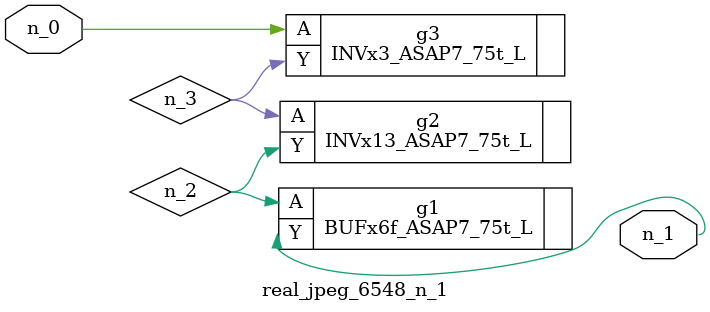
<source format=v>
module real_jpeg_6548_n_1 (n_0, n_1);

input n_0;

output n_1;

wire n_3;
wire n_2;

INVx3_ASAP7_75t_L g3 ( 
.A(n_0),
.Y(n_3)
);

BUFx6f_ASAP7_75t_L g1 ( 
.A(n_2),
.Y(n_1)
);

INVx13_ASAP7_75t_L g2 ( 
.A(n_3),
.Y(n_2)
);


endmodule
</source>
